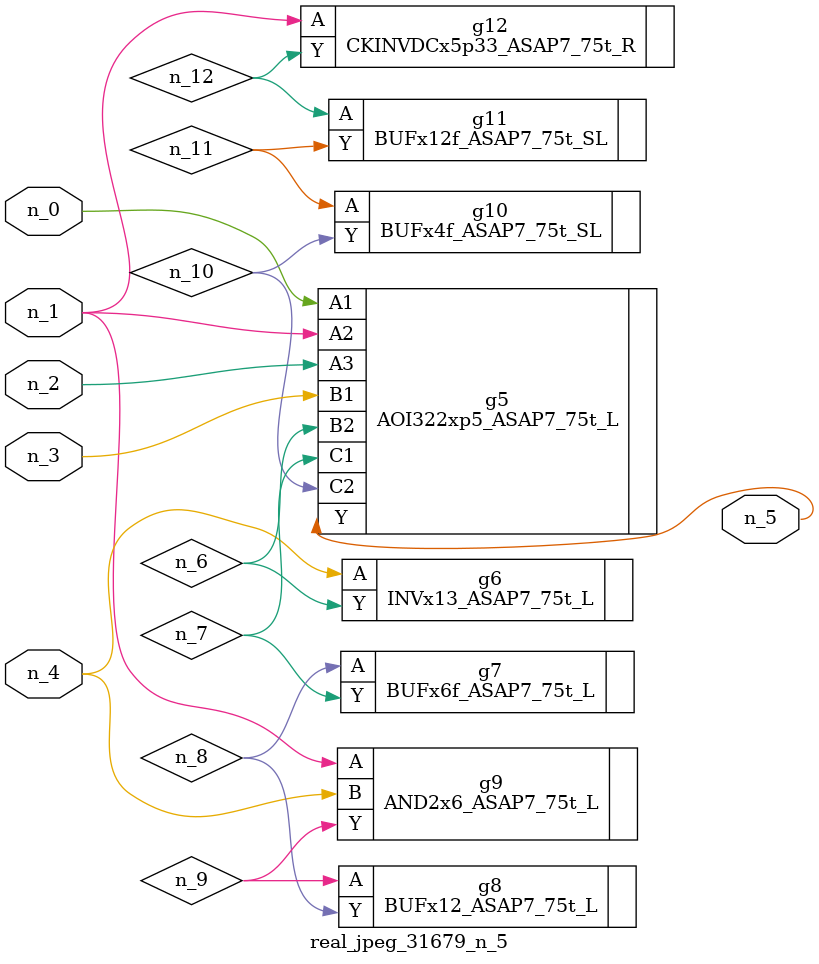
<source format=v>
module real_jpeg_31679_n_5 (n_4, n_0, n_1, n_2, n_3, n_5);

input n_4;
input n_0;
input n_1;
input n_2;
input n_3;

output n_5;

wire n_12;
wire n_8;
wire n_11;
wire n_6;
wire n_7;
wire n_10;
wire n_9;

AOI322xp5_ASAP7_75t_L g5 ( 
.A1(n_0),
.A2(n_1),
.A3(n_2),
.B1(n_3),
.B2(n_6),
.C1(n_7),
.C2(n_10),
.Y(n_5)
);

AND2x6_ASAP7_75t_L g9 ( 
.A(n_1),
.B(n_4),
.Y(n_9)
);

CKINVDCx5p33_ASAP7_75t_R g12 ( 
.A(n_1),
.Y(n_12)
);

INVx13_ASAP7_75t_L g6 ( 
.A(n_4),
.Y(n_6)
);

BUFx6f_ASAP7_75t_L g7 ( 
.A(n_8),
.Y(n_7)
);

BUFx12_ASAP7_75t_L g8 ( 
.A(n_9),
.Y(n_8)
);

BUFx4f_ASAP7_75t_SL g10 ( 
.A(n_11),
.Y(n_10)
);

BUFx12f_ASAP7_75t_SL g11 ( 
.A(n_12),
.Y(n_11)
);


endmodule
</source>
